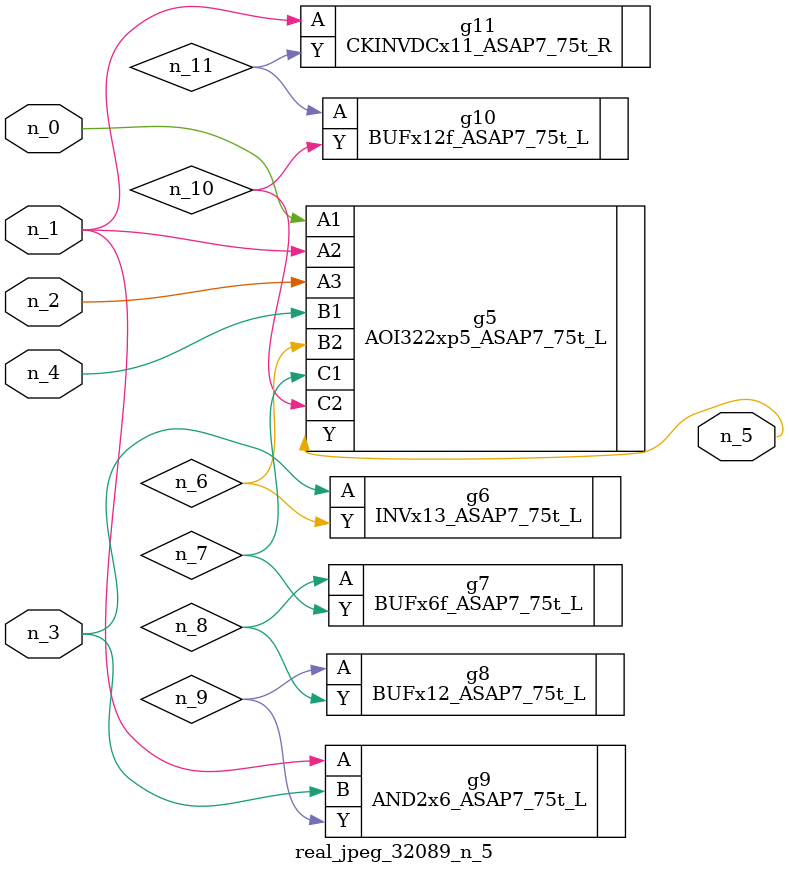
<source format=v>
module real_jpeg_32089_n_5 (n_4, n_0, n_1, n_2, n_3, n_5);

input n_4;
input n_0;
input n_1;
input n_2;
input n_3;

output n_5;

wire n_8;
wire n_11;
wire n_6;
wire n_7;
wire n_10;
wire n_9;

AOI322xp5_ASAP7_75t_L g5 ( 
.A1(n_0),
.A2(n_1),
.A3(n_2),
.B1(n_4),
.B2(n_6),
.C1(n_7),
.C2(n_10),
.Y(n_5)
);

AND2x6_ASAP7_75t_L g9 ( 
.A(n_1),
.B(n_3),
.Y(n_9)
);

CKINVDCx11_ASAP7_75t_R g11 ( 
.A(n_1),
.Y(n_11)
);

INVx13_ASAP7_75t_L g6 ( 
.A(n_3),
.Y(n_6)
);

BUFx6f_ASAP7_75t_L g7 ( 
.A(n_8),
.Y(n_7)
);

BUFx12_ASAP7_75t_L g8 ( 
.A(n_9),
.Y(n_8)
);

BUFx12f_ASAP7_75t_L g10 ( 
.A(n_11),
.Y(n_10)
);


endmodule
</source>
